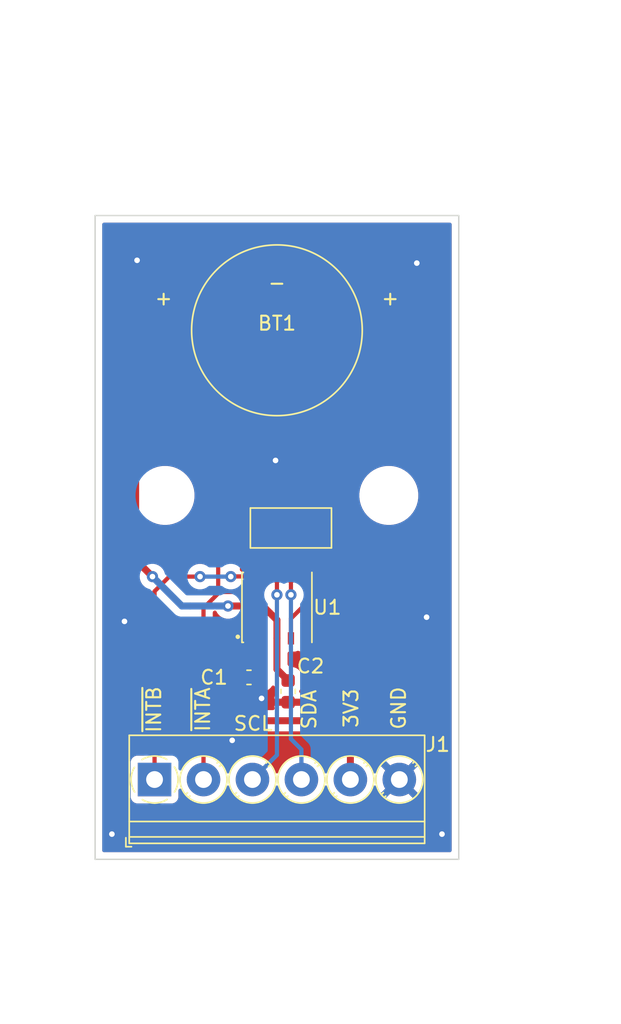
<source format=kicad_pcb>
(kicad_pcb (version 20211014) (generator pcbnew)
  (layers (0 "F.Cu" signal) (31 "B.Cu" signal) (34 "B.Paste" user) (35 "F.Paste" user) (36 "B.SilkS" user "B.Silkscreen") (37 "F.SilkS" user "F.Silkscreen") (38 "B.Mask" user) (39 "F.Mask" user) (44 "Edge.Cuts" user))
  (net 0 "")
  (net 1 "+BATT")
  (net 2 "GND")
  (net 3 "+3.3V")
  (net 4 "/~{INTB}")
  (net 5 "/~{INTA}")
  (net 6 "/SCL")
  (net 7 "/SDA")
  (net 8 "/DIN")
  (footprint "custom_footprints:SMTM1225" (layer "F.Cu") (at 52 61.2)
    (fp_text reference "BT1" (at 0 -0.5 unlocked) (layer "F.SilkS"))
    (fp_text value "Battery_Cell")
    (fp_text user "-" (at 0 -3.4 unlocked) (layer "F.SilkS"))
    (fp_text user "+" (at 8.1 -2.3 unlocked) (layer "F.SilkS"))
    (fp_text user "+" (at -8.1 -2.3 unlocked) (layer "F.SilkS"))
    (fp_circle (center 0 0) (end 6.1 0) (layer "F.SilkS") (width 0.12) (fill none))
    (pad "1" smd rect (at -8.05 0) (size 3.2 3.2) (layers "F.Cu" "F.Paste" "F.Mask") (net 1 "+BATT"))
    (pad "1" smd rect (at 8.05 0) (size 3.2 3.2) (layers "F.Cu" "F.Paste" "F.Mask") (net 1 "+BATT"))
    (pad "2" smd roundrect (at 0 0) (size 5 5) (layers "F.Cu" "F.Paste" "F.Mask") (net 2 "GND"))
  )
  (footprint "custom_footprints:SolderJumper-4_Open_Pad1.0x1.5mm" (layer "F.Cu") (at 53 75.35 90)
    (fp_text reference "JP1" hide)
    (fp_text value "Jumper_4_Open")
    (fp_line (start 1.45 2.9) (end -1.4 2.9) (layer "F.SilkS") (width 0.12))
    (fp_line (start -1.4 -2.9) (end 1.45 -2.9) (layer "F.SilkS") (width 0.12))
    (fp_line (start 1.45 -2.9) (end 1.45 2.9) (layer "F.SilkS") (width 0.12))
    (fp_line (start -1.4 2.9) (end -1.4 -2.9) (layer "F.SilkS") (width 0.12))
    (pad "1" smd rect (at -0.65 1.9 90) (size 1 1.5) (layers "F.Cu" "F.Mask") (net 8 "/DIN"))
    (pad "1" smd rect (at -0.65 -0.95 90) (size 0.5 1) (layers "F.Cu") (net 8 "/DIN"))
    (pad "1" smd rect (at -0.65 -1.9 90) (size 1 1.5) (layers "F.Cu" "F.Mask") (net 8 "/DIN"))
    (pad "1" smd rect (at -0.65 0 90) (size 1 1.5) (layers "F.Cu" "F.Mask") (net 8 "/DIN"))
    (pad "1" smd rect (at -0.65 0.95 90) (size 0.5 1) (layers "F.Cu") (net 8 "/DIN"))
    (pad "2" smd rect (at 0.65 -1.9 90) (size 1 1.5) (layers "F.Cu" "F.Mask") (net 4 "/~{INTB}"))
    (pad "3" smd rect (at 0.65 0 90) (size 1 1.5) (layers "F.Cu" "F.Mask") (net 5 "/~{INTA}"))
    (pad "4" smd rect (at 0.65 1.9 90) (size 1 1.5) (layers "F.Cu" "F.Mask") (net 2 "GND"))
  )
  (footprint "MountingHole:MountingHole_3.2mm_M3" (layer "F.Cu") (at 60 73)
    (fp_text reference "H1" hide)
    (fp_text value "MountingHole")
    (pad "" np_thru_hole circle (at 0 0) (size 3.2 3.2) (drill 3.2) (layers *.Cu *.Mask))
  )
  (footprint "MountingHole:MountingHole_3.2mm_M3" (layer "F.Cu") (at 44 73)
    (fp_text reference "H2" hide)
    (fp_text value "MountingHole")
    (pad "" np_thru_hole circle (at 0 0) (size 3.2 3.2) (drill 3.2) (layers *.Cu *.Mask))
  )
  (footprint "custom_footprints:LGA10_5x5mm_21-100481" (layer "F.Cu") (at 52 81)
    (fp_text reference "U1" (at 3.6 0 unlocked) (layer "F.SilkS"))
    (fp_text value "MAX31329")
    (fp_line (start -2.4 2.5) (end -2.5 2.5) (layer "F.SilkS") (width 0.12))
    (fp_line (start -2.5 -2.5) (end -2.5 2.5) (layer "F.SilkS") (width 0.12))
    (fp_line (start 2.5 -2.5) (end 2.5 2.5) (layer "F.SilkS") (width 0.12))
    (fp_line (start -2.4 -2.5) (end -2.5 -2.5) (layer "F.SilkS") (width 0.12))
    (fp_circle (center -2.8 2.1) (end -2.7 2.1) (layer "F.SilkS") (width 0.12) (fill solid))
    (pad "1" smd rect (at -2 2.2125) (size 0.45 0.875) (layers "F.Cu" "F.Paste" "F.Mask") (net 3 "+3.3V"))
    (pad "2" smd rect (at -1 2.2125) (size 0.45 0.875) (layers "F.Cu" "F.Paste" "F.Mask") (net 2 "GND"))
    (pad "3" smd trapezoid (at 0 2.2125) (size 0.45 0.875) (layers "F.Cu" "F.Paste" "F.Mask") (net 1 "+BATT"))
    (pad "4" smd rect (at 1 2.2125) (size 0.45 0.875) (layers "F.Cu" "F.Paste" "F.Mask") (net 8 "/DIN"))
    (pad "5" smd rect (at 2 2.2125) (size 0.45 0.875) (layers "F.Cu" "F.Paste" "F.Mask"))
    (pad "6" smd rect (at 2 -2.2125) (size 0.45 0.875) (layers "F.Cu" "F.Paste" "F.Mask"))
    (pad "7" smd rect (at 1 -2.2125) (size 0.45 0.875) (layers "F.Cu" "F.Paste" "F.Mask") (net 7 "/SDA"))
    (pad "8" smd rect (at 0 -2.2125) (size 0.45 0.875) (layers "F.Cu" "F.Paste" "F.Mask") (net 6 "/SCL"))
    (pad "9" smd rect (at -1 -2.2125) (size 0.45 0.875) (layers "F.Cu" "F.Paste" "F.Mask") (net 5 "/~{INTA}"))
    (pad "10" smd rect (at -2 -2.2125) (size 0.45 0.875) (layers "F.Cu" "F.Paste" "F.Mask") (net 4 "/~{INTB}"))
  )
  (footprint "TerminalBlock_Phoenix:TerminalBlock_Phoenix_PT-1,5-6-3.5-H_1x06_P3.50mm_Horizontal" (layer "F.Cu") (at 43.25 93.3)
    (fp_text reference "J1" (at 20.25 -2.5) (layer "F.SilkS"))
    (fp_text value "Screw_Terminal_01x06")
    (fp_line (start 6.025 1.181) (end 5.931 1.274) (layer "F.SilkS") (width 0.12))
    (fp_line (start -2.05 4.8) (end -1.65 4.8) (layer "F.SilkS") (width 0.12))
    (fp_line (start 5.855 0.941) (end 5.726 1.069) (layer "F.SilkS") (width 0.12))
    (fp_line (start -2.05 4.16) (end -2.05 4.8) (layer "F.SilkS") (width 0.12))
    (fp_line (start 15.275 -1.069) (end 15.146 -0.941) (layer "F.SilkS") (width 0.12))
    (fp_line (start 16.525 1.181) (end 16.431 1.274) (layer "F.SilkS") (width 0.12))
    (fp_line (start 2.355 0.941) (end 2.226 1.069) (layer "F.SilkS") (width 0.12))
    (fp_line (start 4.775 -1.069) (end 4.646 -0.941) (layer "F.SilkS") (width 0.12))
    (fp_line (start 13.025 1.181) (end 12.931 1.274) (layer "F.SilkS") (width 0.12))
    (fp_line (start -1.81 4.1) (end 19.311 4.1) (layer "F.SilkS") (width 0.12))
    (fp_line (start 11.775 -1.069) (end 11.646 -0.941) (layer "F.SilkS") (width 0.12))
    (fp_line (start 12.855 0.941) (end 12.726 1.069) (layer "F.SilkS") (width 0.12))
    (fp_line (start 4.57 -1.275) (end 4.476 -1.181) (layer "F.SilkS") (width 0.12))
    (fp_line (start -1.81 -3.16) (end -1.81 4.56) (layer "F.SilkS") (width 0.12))
    (fp_line (start -1.81 4.56) (end 19.311 4.56) (layer "F.SilkS") (width 0.12))
    (fp_line (start -1.81 -3.16) (end 19.311 -3.16) (layer "F.SilkS") (width 0.12))
    (fp_line (start 9.525 1.181) (end 9.431 1.274) (layer "F.SilkS") (width 0.12))
    (fp_line (start 18.775 -1.069) (end 18.646 -0.941) (layer "F.SilkS") (width 0.12))
    (fp_line (start 16.355 0.941) (end 16.226 1.069) (layer "F.SilkS") (width 0.12))
    (fp_line (start 8.275 -1.069) (end 8.146 -0.941) (layer "F.SilkS") (width 0.12))
    (fp_line (start 9.355 0.941) (end 9.226 1.069) (layer "F.SilkS") (width 0.12))
    (fp_line (start -1.81 3) (end 19.311 3) (layer "F.SilkS") (width 0.12))
    (fp_line (start 18.57 -1.275) (end 18.476 -1.181) (layer "F.SilkS") (width 0.12))
    (fp_line (start 19.311 -3.16) (end 19.311 4.56) (layer "F.SilkS") (width 0.12))
    (fp_line (start 11.57 -1.275) (end 11.476 -1.181) (layer "F.SilkS") (width 0.12))
    (fp_line (start 8.07 -1.275) (end 7.976 -1.181) (layer "F.SilkS") (width 0.12))
    (fp_line (start 2.525 1.181) (end 2.431 1.274) (layer "F.SilkS") (width 0.12))
    (fp_line (start 15.07 -1.275) (end 14.976 -1.181) (layer "F.SilkS") (width 0.12))
    (fp_arc (start -1.425358 0.889894) (mid -1.680286 0.014012) (end -1.44 -0.866) (layer "F.SilkS") (width 0.12))
    (fp_arc (start 0.028674 1.680099) (mid -0.435535 1.622918) (end -0.866 1.44) (layer "F.SilkS") (width 0.12))
    (fp_arc (start 1.425504 -0.890193) (mid 1.680626 0.000476) (end 1.425 0.891) (layer "F.SilkS") (width 0.12))
    (fp_arc (start 0.890264 1.424721) (mid 0.463071 1.61492) (end 0 1.68) (layer "F.SilkS") (width 0.12))
    (fp_arc (start -0.889894 -1.425358) (mid -0.014012 -1.680286) (end 0.866 -1.44) (layer "F.SilkS") (width 0.12))
    (fp_circle (center 7 0) (end 8.68 0) (layer "F.SilkS") (width 0.12) (fill none))
    (fp_circle (center 17.5 0) (end 19.18 0) (layer "F.SilkS") (width 0.12) (fill none))
    (fp_circle (center 3.5 0) (end 5.18 0) (layer "F.SilkS") (width 0.12) (fill none))
    (fp_circle (center 14 0) (end 15.68 0) (layer "F.SilkS") (width 0.12) (fill none))
    (fp_circle (center 10.5 0) (end 12.18 0) (layer "F.SilkS") (width 0.12) (fill none))
    (pad "1" thru_hole rect (at 0 0) (size 2.4 2.4) (drill 1.2) (layers *.Cu *.Mask) (net 4 "/~{INTB}"))
    (pad "2" thru_hole circle (at 3.5 0) (size 2.4 2.4) (drill 1.2) (layers *.Cu *.Mask) (net 5 "/~{INTA}"))
    (pad "3" thru_hole circle (at 7 0) (size 2.4 2.4) (drill 1.2) (layers *.Cu *.Mask) (net 6 "/SCL"))
    (pad "4" thru_hole circle (at 10.5 0) (size 2.4 2.4) (drill 1.2) (layers *.Cu *.Mask) (net 7 "/SDA"))
    (pad "5" thru_hole circle (at 14 0) (size 2.4 2.4) (drill 1.2) (layers *.Cu *.Mask) (net 3 "+3.3V"))
    (pad "6" thru_hole circle (at 17.5 0) (size 2.4 2.4) (drill 1.2) (layers *.Cu *.Mask) (net 2 "GND"))
  )
  (footprint "Capacitor_SMD:C_0603_1608Metric" (layer "F.Cu") (at 52.8 87 -90)
    (fp_text reference "C2" (at -1.8 -1.6 180) (layer "F.SilkS"))
    (fp_text value "0.1uF")
    (fp_line (start -0.14058 -0.51) (end 0.14058 -0.51) (layer "F.SilkS") (width 0.12))
    (fp_line (start -0.14058 0.51) (end 0.14058 0.51) (layer "F.SilkS") (width 0.12))
    (pad "1" smd roundrect (at -0.775 0 270) (size 0.9 0.95) (layers "F.Cu" "F.Paste" "F.Mask") (net 1 "+BATT"))
    (pad "2" smd roundrect (at 0.775 0 270) (size 0.9 0.95) (layers "F.Cu" "F.Paste" "F.Mask") (net 2 "GND"))
  )
  (footprint "Capacitor_SMD:C_0603_1608Metric" (layer "F.Cu") (at 50 86)
    (fp_text reference "C1" (at -2.5 0) (layer "F.SilkS"))
    (fp_text value "0.1uF")
    (fp_line (start -0.14058 -0.51) (end 0.14058 -0.51) (layer "F.SilkS") (width 0.12))
    (fp_line (start -0.14058 0.51) (end 0.14058 0.51) (layer "F.SilkS") (width 0.12))
    (pad "1" smd roundrect (at -0.775 0) (size 0.9 0.95) (layers "F.Cu" "F.Paste" "F.Mask") (net 3 "+3.3V"))
    (pad "2" smd roundrect (at 0.775 0) (size 0.9 0.95) (layers "F.Cu" "F.Paste" "F.Mask") (net 2 "GND"))
  )
  (gr_line (start 39 99) (end 39 53) (layer "Edge.Cuts") (width 0.1))
  (gr_line (start 65 99) (end 39 99) (layer "Edge.Cuts") (width 0.1))
  (gr_line (start 65 99) (end 65 53) (layer "Edge.Cuts") (width 0.1))
  (gr_line (start 65 53) (end 39 53) (layer "Edge.Cuts") (width 0.1))
  (gr_text "~{INTB}" (at 43.2 88.3 90) (layer "F.SilkS") (effects (font (size 1 1))))
  (gr_text "SCL" (at 50.3 89.3) (layer "F.SilkS") (effects (font (size 1 1))))
  (gr_text "~{INTA}" (at 46.7 88.3 90) (layer "F.SilkS") (effects (font (size 1 1))))
  (gr_text "3V3" (at 57.3 88.2 90) (layer "F.SilkS") (effects (font (size 1 1))))
  (gr_text "GND" (at 60.7 88.2 90) (layer "F.SilkS") (effects (font (size 1 1))))
  (gr_text "SDA" (at 54.3 88.3 90) (layer "F.SilkS") (effects (font (size 1 1))))
  (segment (start 45.6 57.3) (end 58.3 57.3) (width 0.5) (layer "F.Cu") (net 1))
  (segment (start 60.05 59.05) (end 60.05 61.2) (width 0.5) (layer "F.Cu") (net 1))
  (segment (start 43.95 61.2) (end 43.95 58.95) (width 0.5) (layer "F.Cu") (net 1))
  (segment (start 43.1 78.8) (end 41.899999 77.599999) (width 0.5) (layer "F.Cu") (net 1))
  (segment (start 41.899999 63.250001) (end 43.95 61.2) (width 0.5) (layer "F.Cu") (net 1))
  (segment (start 41.899999 77.599999) (end 41.899999 63.250001) (width 0.5) (layer "F.Cu") (net 1))
  (segment (start 51.5 81.4) (end 51 80.9) (width 0.5) (layer "F.Cu") (net 1))
  (segment (start 52 85.425) (end 52.8 86.225) (width 0.5) (layer "F.Cu") (net 1))
  (segment (start 43.95 58.95) (end 45.6 57.3) (width 0.5) (layer "F.Cu") (net 1))
  (segment (start 51 80.9) (end 48.5 80.9) (width 0.5) (layer "F.Cu") (net 1))
  (segment (start 52 83.2125) (end 52 85.425) (width 0.5) (layer "F.Cu") (net 1))
  (segment (start 52 83.2125) (end 52 81.9) (width 0.5) (layer "F.Cu") (net 1))
  (segment (start 52 81.9) (end 51.5 81.4) (width 0.5) (layer "F.Cu") (net 1))
  (segment (start 58.3 57.3) (end 60.05 59.05) (width 0.5) (layer "F.Cu") (net 1))
  (via (at 48.5 80.9) (size 0.8) (drill 0.4) (layers "F.Cu" "B.Cu") (net 1))
  (via (at 43.1 78.8) (size 0.8) (drill 0.4) (layers "F.Cu" "B.Cu") (net 1))
  (segment (start 48.5 80.9) (end 45.8 80.9) (width 0.5) (layer "B.Cu") (net 1))
  (segment (start 45.2 80.9) (end 43.1 78.8) (width 0.5) (layer "B.Cu") (net 1))
  (segment (start 45.8 80.9) (end 45.2 80.9) (width 0.5) (layer "B.Cu") (net 1))
  (segment (start 51 85.775) (end 50.775 86) (width 0.5) (layer "F.Cu") (net 2))
  (segment (start 51 83.2125) (end 51 85.775) (width 0.5) (layer "F.Cu") (net 2))
  (via (at 51.9 70.5) (size 0.8) (drill 0.4) (layers "F.Cu" "B.Cu") (net 2))
  (via (at 62.7 81.7) (size 0.8) (drill 0.4) (layers "F.Cu" "B.Cu") (net 2))
  (via (at 40.2 97.2) (size 0.8) (drill 0.4) (layers "F.Cu" "B.Cu") (net 2))
  (via (at 41.1 82) (size 0.8) (drill 0.4) (layers "F.Cu" "B.Cu") (net 2))
  (via (at 48.8 90.5) (size 0.8) (drill 0.4) (layers "F.Cu" "B.Cu") (net 2))
  (via (at 42 56.2) (size 0.8) (drill 0.4) (layers "F.Cu" "B.Cu") (net 2))
  (via (at 62 56.4) (size 0.8) (drill 0.4) (layers "F.Cu" "B.Cu") (net 2))
  (via (at 63.8 97.2) (size 0.8) (drill 0.4) (layers "F.Cu" "B.Cu") (net 2))
  (via (at 50.9 87.5) (size 0.8) (drill 0.4) (layers "F.Cu" "B.Cu") (net 2))
  (segment (start 54.4 89.1) (end 56 89.1) (width 0.5) (layer "F.Cu") (net 3))
  (segment (start 49.225 86) (end 49.225 87.725) (width 0.5) (layer "F.Cu") (net 3))
  (segment (start 49.225 87.725) (end 50.5 89) (width 0.5) (layer "F.Cu") (net 3))
  (segment (start 50 83.2125) (end 50 85.225) (width 0.5) (layer "F.Cu") (net 3))
  (segment (start 57.25 90.35) (end 56 89.1) (width 0.5) (layer "F.Cu") (net 3))
  (segment (start 50.5 89) (end 50.6 89.1) (width 0.5) (layer "F.Cu") (net 3))
  (segment (start 57.25 93.3) (end 57.25 90.35) (width 0.5) (layer "F.Cu") (net 3))
  (segment (start 50.6 89.1) (end 54.4 89.1) (width 0.5) (layer "F.Cu") (net 3))
  (segment (start 50 85.225) (end 49.225 86) (width 0.5) (layer "F.Cu") (net 3))
  (segment (start 44.3 78.8) (end 43.25 79.85) (width 0.3) (layer "F.Cu") (net 4))
  (segment (start 50 78.7875) (end 48.7125 78.7875) (width 0.3) (layer "F.Cu") (net 4))
  (segment (start 43.25 79.85) (end 43.25 93.3) (width 0.3) (layer "F.Cu") (net 4))
  (segment (start 46.5 78.8) (end 44.3 78.8) (width 0.3) (layer "F.Cu") (net 4))
  (segment (start 51.1 74.7) (end 49.9 74.7) (width 0.3) (layer "F.Cu") (net 4))
  (segment (start 49.9 74.7) (end 49.5 75.1) (width 0.3) (layer "F.Cu") (net 4))
  (segment (start 49.5 78.2875) (end 50 78.7875) (width 0.3) (layer "F.Cu") (net 4))
  (segment (start 49.5 75.1) (end 49.5 78.2875) (width 0.3) (layer "F.Cu") (net 4))
  (segment (start 48.7125 78.7875) (end 48.7 78.8) (width 0.3) (layer "F.Cu") (net 4))
  (via (at 46.5 78.8) (size 0.8) (drill 0.4) (layers "F.Cu" "B.Cu") (net 4))
  (via (at 48.7 78.8) (size 0.8) (drill 0.4) (layers "F.Cu" "B.Cu") (net 4))
  (segment (start 48.7 78.8) (end 46.5 78.8) (width 0.3) (layer "B.Cu") (net 4))
  (segment (start 49.9 73.6) (end 48.8 74.7) (width 0.3) (layer "F.Cu") (net 5))
  (segment (start 52.5 73.6) (end 49.9 73.6) (width 0.3) (layer "F.Cu") (net 5))
  (segment (start 50.5 79.9) (end 47.9 79.9) (width 0.3) (layer "F.Cu") (net 5))
  (segment (start 53 74.1) (end 52.5 73.6) (width 0.3) (layer "F.Cu") (net 5))
  (segment (start 51 79.4) (end 50.5 79.9) (width 0.3) (layer "F.Cu") (net 5))
  (segment (start 51 78.7875) (end 51 79.4) (width 0.3) (layer "F.Cu") (net 5))
  (segment (start 46.75 81.05) (end 46.75 93.3) (width 0.3) (layer "F.Cu") (net 5))
  (segment (start 47.8 75.7) (end 48.8 74.7) (width 0.3) (layer "F.Cu") (net 5))
  (segment (start 53 74.7) (end 53 74.1) (width 0.3) (layer "F.Cu") (net 5))
  (segment (start 47.9 79.9) (end 47.8 80) (width 0.3) (layer "F.Cu") (net 5))
  (segment (start 47.8 80) (end 47.8 75.7) (width 0.3) (layer "F.Cu") (net 5))
  (segment (start 47.8 80) (end 46.75 81.05) (width 0.3) (layer "F.Cu") (net 5))
  (segment (start 52 78.7875) (end 52 80.1) (width 0.3) (layer "F.Cu") (net 6))
  (via (at 52 80.1) (size 0.8) (drill 0.4) (layers "F.Cu" "B.Cu") (net 6))
  (segment (start 52 80.1) (end 52 91.55) (width 0.3) (layer "B.Cu") (net 6))
  (segment (start 52 91.55) (end 50.25 93.3) (width 0.3) (layer "B.Cu") (net 6))
  (segment (start 53 78.7875) (end 53 80.1) (width 0.3) (layer "F.Cu") (net 7))
  (via (at 53 80.1) (size 0.8) (drill 0.4) (layers "F.Cu" "B.Cu") (net 7))
  (segment (start 53 80.1) (end 53 90.4) (width 0.3) (layer "B.Cu") (net 7))
  (segment (start 53.75 91.15) (end 53.75 93.3) (width 0.3) (layer "B.Cu") (net 7))
  (segment (start 53 90.4) (end 53.75 91.15) (width 0.3) (layer "B.Cu") (net 7))
  (segment (start 54.9 79.9) (end 54.9 76) (width 0.3) (layer "F.Cu") (net 8))
  (segment (start 53 81.8) (end 54.9 79.9) (width 0.3) (layer "F.Cu") (net 8))
  (segment (start 53 83.2125) (end 53 81.8) (width 0.3) (layer "F.Cu") (net 8))
  (zone (net 2) (net_name "GND") (layer "F.Cu") (connect_pads (clearance 0.508)) (min_thickness 0.254) (fill yes (thermal_gap 0.508) (thermal_bridge_width 0.508))
    (polygon (pts (xy 69.4 47) (xy 66.2 104.4) (xy 37.2 104) (xy 36.2 46.8)))
  )
  (zone (net 2) (net_name "GND") (layer "B.Cu") (connect_pads (clearance 0.508)) (min_thickness 0.254) (fill yes (thermal_gap 0.508) (thermal_bridge_width 0.508))
    (polygon (pts (xy 76.6 38.6) (xy 73.6 110.8) (xy 32.2 109.6) (xy 34.2 37.6)))
  )
)
</source>
